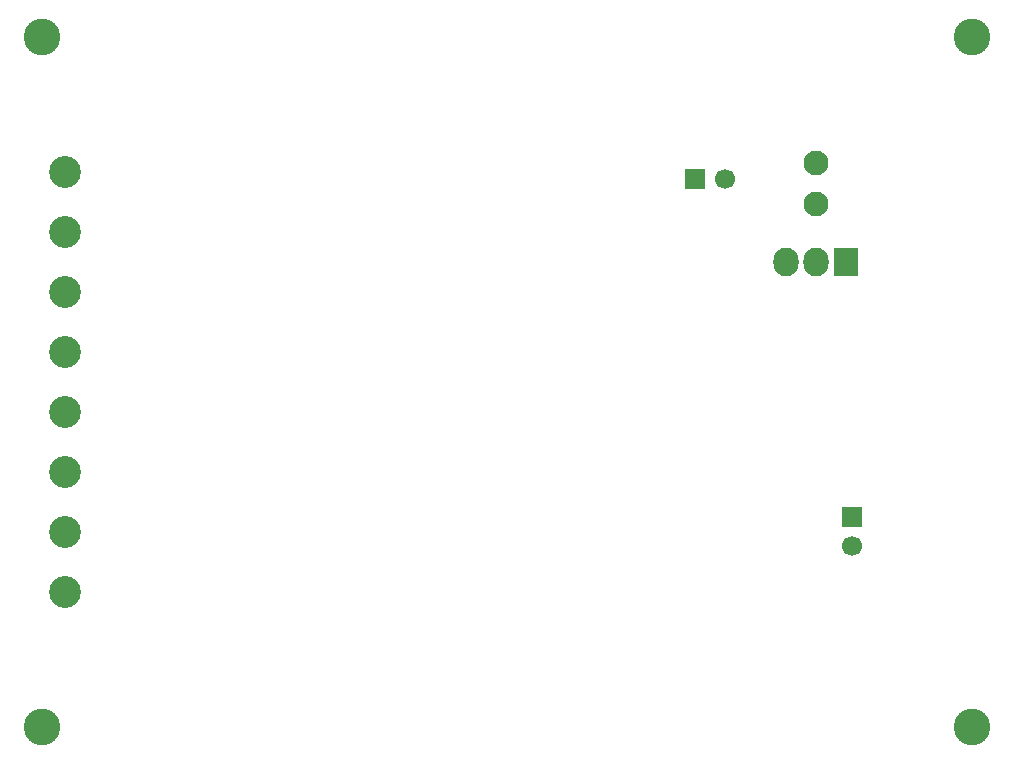
<source format=gbs>
G04 #@! TF.FileFunction,Soldermask,Bot*
%FSLAX46Y46*%
G04 Gerber Fmt 4.6, Leading zero omitted, Abs format (unit mm)*
G04 Created by KiCad (PCBNEW (after 2015-mar-04 BZR unknown)-product) date Fri 03 Jul 2015 12:36:09 AM EDT*
%MOMM*%
G01*
G04 APERTURE LIST*
%ADD10C,0.150000*%
%ADD11R,2.127200X2.432000*%
%ADD12O,2.127200X2.432000*%
%ADD13C,3.100000*%
%ADD14C,1.700000*%
%ADD15R,1.700000X1.700000*%
%ADD16C,2.700000*%
%ADD17C,2.100000*%
G04 APERTURE END LIST*
D10*
D11*
X197612000Y-59690000D03*
D12*
X195072000Y-59690000D03*
X192532000Y-59690000D03*
D13*
X129540000Y-99060000D03*
X208280000Y-99060000D03*
X208280000Y-40640000D03*
X129540000Y-40640000D03*
D14*
X187325000Y-52705000D03*
D15*
X184825000Y-52705000D03*
D14*
X198120000Y-83780000D03*
D15*
X198120000Y-81280000D03*
D16*
X131445000Y-52070000D03*
X131445000Y-57150000D03*
X131445000Y-62230000D03*
X131445000Y-67310000D03*
X131445000Y-72390000D03*
X131445000Y-77470000D03*
X131445000Y-82550000D03*
X131445000Y-87630000D03*
D17*
X195072000Y-54836000D03*
X195072000Y-51336000D03*
M02*

</source>
